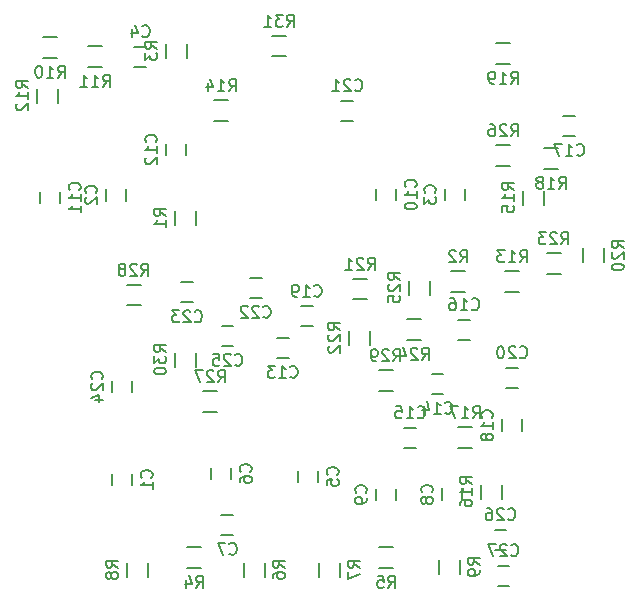
<source format=gbr>
G04 #@! TF.FileFunction,Legend,Bot*
%FSLAX46Y46*%
G04 Gerber Fmt 4.6, Leading zero omitted, Abs format (unit mm)*
G04 Created by KiCad (PCBNEW 4.0.1-stable) date 5/9/2016 12:51:22 AM*
%MOMM*%
G01*
G04 APERTURE LIST*
%ADD10C,0.100000*%
%ADD11C,0.150000*%
G04 APERTURE END LIST*
D10*
D11*
X98894000Y-175014000D02*
X98894000Y-176014000D01*
X97194000Y-176014000D02*
X97194000Y-175014000D01*
X96686000Y-151900000D02*
X96686000Y-150900000D01*
X98386000Y-150900000D02*
X98386000Y-151900000D01*
X125388000Y-151884000D02*
X125388000Y-150884000D01*
X127088000Y-150884000D02*
X127088000Y-151884000D01*
X99068000Y-138850000D02*
X100068000Y-138850000D01*
X100068000Y-140550000D02*
X99068000Y-140550000D01*
X114642000Y-174760000D02*
X114642000Y-175760000D01*
X112942000Y-175760000D02*
X112942000Y-174760000D01*
X107276000Y-174506000D02*
X107276000Y-175506000D01*
X105576000Y-175506000D02*
X105576000Y-174506000D01*
X107434000Y-180174000D02*
X106434000Y-180174000D01*
X106434000Y-178474000D02*
X107434000Y-178474000D01*
X125134000Y-177268000D02*
X125134000Y-176268000D01*
X126834000Y-176268000D02*
X126834000Y-177268000D01*
X119546000Y-177284000D02*
X119546000Y-176284000D01*
X121246000Y-176284000D02*
X121246000Y-177284000D01*
X121246000Y-150884000D02*
X121246000Y-151884000D01*
X119546000Y-151884000D02*
X119546000Y-150884000D01*
X92798000Y-151138000D02*
X92798000Y-152138000D01*
X91098000Y-152138000D02*
X91098000Y-151138000D01*
X101766000Y-148074000D02*
X101766000Y-147074000D01*
X103466000Y-147074000D02*
X103466000Y-148074000D01*
X112117000Y-165188000D02*
X111117000Y-165188000D01*
X111117000Y-163488000D02*
X112117000Y-163488000D01*
X125230000Y-168236000D02*
X124230000Y-168236000D01*
X124230000Y-166536000D02*
X125230000Y-166536000D01*
X121912000Y-171108000D02*
X122912000Y-171108000D01*
X122912000Y-172808000D02*
X121912000Y-172808000D01*
X126484000Y-161964000D02*
X127484000Y-161964000D01*
X127484000Y-163664000D02*
X126484000Y-163664000D01*
X136390000Y-146392000D02*
X135390000Y-146392000D01*
X135390000Y-144692000D02*
X136390000Y-144692000D01*
X130214000Y-171426000D02*
X130214000Y-170426000D01*
X131914000Y-170426000D02*
X131914000Y-171426000D01*
X113149000Y-160821000D02*
X114149000Y-160821000D01*
X114149000Y-162521000D02*
X113149000Y-162521000D01*
X130548000Y-166028000D02*
X131548000Y-166028000D01*
X131548000Y-167728000D02*
X130548000Y-167728000D01*
X116594000Y-143422000D02*
X117594000Y-143422000D01*
X117594000Y-145122000D02*
X116594000Y-145122000D01*
X109831000Y-160108000D02*
X108831000Y-160108000D01*
X108831000Y-158408000D02*
X109831000Y-158408000D01*
X104021000Y-160489000D02*
X103021000Y-160489000D01*
X103021000Y-158789000D02*
X104021000Y-158789000D01*
X97194000Y-168140000D02*
X97194000Y-167140000D01*
X98894000Y-167140000D02*
X98894000Y-168140000D01*
X107450000Y-164172000D02*
X106450000Y-164172000D01*
X106450000Y-162472000D02*
X107450000Y-162472000D01*
X129564000Y-179744000D02*
X130564000Y-179744000D01*
X130564000Y-181444000D02*
X129564000Y-181444000D01*
X129818000Y-182792000D02*
X130818000Y-182792000D01*
X130818000Y-184492000D02*
X129818000Y-184492000D01*
X104253000Y-153950000D02*
X104253000Y-152750000D01*
X102503000Y-152750000D02*
X102503000Y-153950000D01*
X125892000Y-159625000D02*
X127092000Y-159625000D01*
X127092000Y-157875000D02*
X125892000Y-157875000D01*
X103491000Y-139792000D02*
X103491000Y-138592000D01*
X101741000Y-138592000D02*
X101741000Y-139792000D01*
X104740000Y-181243000D02*
X103540000Y-181243000D01*
X103540000Y-182993000D02*
X104740000Y-182993000D01*
X120996000Y-181243000D02*
X119796000Y-181243000D01*
X119796000Y-182993000D02*
X120996000Y-182993000D01*
X108345000Y-182534000D02*
X108345000Y-183734000D01*
X110095000Y-183734000D02*
X110095000Y-182534000D01*
X114695000Y-182534000D02*
X114695000Y-183734000D01*
X116445000Y-183734000D02*
X116445000Y-182534000D01*
X100189000Y-183734000D02*
X100189000Y-182534000D01*
X98439000Y-182534000D02*
X98439000Y-183734000D01*
X124855000Y-182280000D02*
X124855000Y-183480000D01*
X126605000Y-183480000D02*
X126605000Y-182280000D01*
X92548000Y-138063000D02*
X91348000Y-138063000D01*
X91348000Y-139813000D02*
X92548000Y-139813000D01*
X96358000Y-138825000D02*
X95158000Y-138825000D01*
X95158000Y-140575000D02*
X96358000Y-140575000D01*
X92569000Y-143602000D02*
X92569000Y-142402000D01*
X90819000Y-142402000D02*
X90819000Y-143602000D01*
X130464000Y-159625000D02*
X131664000Y-159625000D01*
X131664000Y-157875000D02*
X130464000Y-157875000D01*
X105826000Y-145147000D02*
X107026000Y-145147000D01*
X107026000Y-143397000D02*
X105826000Y-143397000D01*
X133717000Y-152238000D02*
X133717000Y-151038000D01*
X131967000Y-151038000D02*
X131967000Y-152238000D01*
X130161000Y-177130000D02*
X130161000Y-175930000D01*
X128411000Y-175930000D02*
X128411000Y-177130000D01*
X126466000Y-172833000D02*
X127666000Y-172833000D01*
X127666000Y-171083000D02*
X126466000Y-171083000D01*
X134966000Y-147461000D02*
X133766000Y-147461000D01*
X133766000Y-149211000D02*
X134966000Y-149211000D01*
X130902000Y-138571000D02*
X129702000Y-138571000D01*
X129702000Y-140321000D02*
X130902000Y-140321000D01*
X137047000Y-155930000D02*
X137047000Y-157130000D01*
X138797000Y-157130000D02*
X138797000Y-155930000D01*
X117576000Y-160260000D02*
X118776000Y-160260000D01*
X118776000Y-158510000D02*
X117576000Y-158510000D01*
X118985000Y-164110000D02*
X118985000Y-162910000D01*
X117235000Y-162910000D02*
X117235000Y-164110000D01*
X133954000Y-158101000D02*
X135154000Y-158101000D01*
X135154000Y-156351000D02*
X133954000Y-156351000D01*
X123348000Y-161939000D02*
X122148000Y-161939000D01*
X122148000Y-163689000D02*
X123348000Y-163689000D01*
X124065000Y-159858000D02*
X124065000Y-158658000D01*
X122315000Y-158658000D02*
X122315000Y-159858000D01*
X129702000Y-148957000D02*
X130902000Y-148957000D01*
X130902000Y-147207000D02*
X129702000Y-147207000D01*
X104876000Y-169785000D02*
X106076000Y-169785000D01*
X106076000Y-168035000D02*
X104876000Y-168035000D01*
X98394000Y-160768000D02*
X99594000Y-160768000D01*
X99594000Y-159018000D02*
X98394000Y-159018000D01*
X119735000Y-168007000D02*
X120935000Y-168007000D01*
X120935000Y-166257000D02*
X119735000Y-166257000D01*
X104253000Y-165954000D02*
X104253000Y-164754000D01*
X102503000Y-164754000D02*
X102503000Y-165954000D01*
X110718000Y-139686000D02*
X111918000Y-139686000D01*
X111918000Y-137936000D02*
X110718000Y-137936000D01*
X100501143Y-175347334D02*
X100548762Y-175299715D01*
X100596381Y-175156858D01*
X100596381Y-175061620D01*
X100548762Y-174918762D01*
X100453524Y-174823524D01*
X100358286Y-174775905D01*
X100167810Y-174728286D01*
X100024952Y-174728286D01*
X99834476Y-174775905D01*
X99739238Y-174823524D01*
X99644000Y-174918762D01*
X99596381Y-175061620D01*
X99596381Y-175156858D01*
X99644000Y-175299715D01*
X99691619Y-175347334D01*
X100596381Y-176299715D02*
X100596381Y-175728286D01*
X100596381Y-176014000D02*
X99596381Y-176014000D01*
X99739238Y-175918762D01*
X99834476Y-175823524D01*
X99882095Y-175728286D01*
X95793143Y-151233334D02*
X95840762Y-151185715D01*
X95888381Y-151042858D01*
X95888381Y-150947620D01*
X95840762Y-150804762D01*
X95745524Y-150709524D01*
X95650286Y-150661905D01*
X95459810Y-150614286D01*
X95316952Y-150614286D01*
X95126476Y-150661905D01*
X95031238Y-150709524D01*
X94936000Y-150804762D01*
X94888381Y-150947620D01*
X94888381Y-151042858D01*
X94936000Y-151185715D01*
X94983619Y-151233334D01*
X94983619Y-151614286D02*
X94936000Y-151661905D01*
X94888381Y-151757143D01*
X94888381Y-151995239D01*
X94936000Y-152090477D01*
X94983619Y-152138096D01*
X95078857Y-152185715D01*
X95174095Y-152185715D01*
X95316952Y-152138096D01*
X95888381Y-151566667D01*
X95888381Y-152185715D01*
X124495143Y-151217334D02*
X124542762Y-151169715D01*
X124590381Y-151026858D01*
X124590381Y-150931620D01*
X124542762Y-150788762D01*
X124447524Y-150693524D01*
X124352286Y-150645905D01*
X124161810Y-150598286D01*
X124018952Y-150598286D01*
X123828476Y-150645905D01*
X123733238Y-150693524D01*
X123638000Y-150788762D01*
X123590381Y-150931620D01*
X123590381Y-151026858D01*
X123638000Y-151169715D01*
X123685619Y-151217334D01*
X123590381Y-151550667D02*
X123590381Y-152169715D01*
X123971333Y-151836381D01*
X123971333Y-151979239D01*
X124018952Y-152074477D01*
X124066571Y-152122096D01*
X124161810Y-152169715D01*
X124399905Y-152169715D01*
X124495143Y-152122096D01*
X124542762Y-152074477D01*
X124590381Y-151979239D01*
X124590381Y-151693524D01*
X124542762Y-151598286D01*
X124495143Y-151550667D01*
X99734666Y-137957143D02*
X99782285Y-138004762D01*
X99925142Y-138052381D01*
X100020380Y-138052381D01*
X100163238Y-138004762D01*
X100258476Y-137909524D01*
X100306095Y-137814286D01*
X100353714Y-137623810D01*
X100353714Y-137480952D01*
X100306095Y-137290476D01*
X100258476Y-137195238D01*
X100163238Y-137100000D01*
X100020380Y-137052381D01*
X99925142Y-137052381D01*
X99782285Y-137100000D01*
X99734666Y-137147619D01*
X98877523Y-137385714D02*
X98877523Y-138052381D01*
X99115619Y-137004762D02*
X99353714Y-137719048D01*
X98734666Y-137719048D01*
X116249143Y-175093334D02*
X116296762Y-175045715D01*
X116344381Y-174902858D01*
X116344381Y-174807620D01*
X116296762Y-174664762D01*
X116201524Y-174569524D01*
X116106286Y-174521905D01*
X115915810Y-174474286D01*
X115772952Y-174474286D01*
X115582476Y-174521905D01*
X115487238Y-174569524D01*
X115392000Y-174664762D01*
X115344381Y-174807620D01*
X115344381Y-174902858D01*
X115392000Y-175045715D01*
X115439619Y-175093334D01*
X115344381Y-175998096D02*
X115344381Y-175521905D01*
X115820571Y-175474286D01*
X115772952Y-175521905D01*
X115725333Y-175617143D01*
X115725333Y-175855239D01*
X115772952Y-175950477D01*
X115820571Y-175998096D01*
X115915810Y-176045715D01*
X116153905Y-176045715D01*
X116249143Y-175998096D01*
X116296762Y-175950477D01*
X116344381Y-175855239D01*
X116344381Y-175617143D01*
X116296762Y-175521905D01*
X116249143Y-175474286D01*
X108883143Y-174839334D02*
X108930762Y-174791715D01*
X108978381Y-174648858D01*
X108978381Y-174553620D01*
X108930762Y-174410762D01*
X108835524Y-174315524D01*
X108740286Y-174267905D01*
X108549810Y-174220286D01*
X108406952Y-174220286D01*
X108216476Y-174267905D01*
X108121238Y-174315524D01*
X108026000Y-174410762D01*
X107978381Y-174553620D01*
X107978381Y-174648858D01*
X108026000Y-174791715D01*
X108073619Y-174839334D01*
X107978381Y-175696477D02*
X107978381Y-175506000D01*
X108026000Y-175410762D01*
X108073619Y-175363143D01*
X108216476Y-175267905D01*
X108406952Y-175220286D01*
X108787905Y-175220286D01*
X108883143Y-175267905D01*
X108930762Y-175315524D01*
X108978381Y-175410762D01*
X108978381Y-175601239D01*
X108930762Y-175696477D01*
X108883143Y-175744096D01*
X108787905Y-175791715D01*
X108549810Y-175791715D01*
X108454571Y-175744096D01*
X108406952Y-175696477D01*
X108359333Y-175601239D01*
X108359333Y-175410762D01*
X108406952Y-175315524D01*
X108454571Y-175267905D01*
X108549810Y-175220286D01*
X107100666Y-181781143D02*
X107148285Y-181828762D01*
X107291142Y-181876381D01*
X107386380Y-181876381D01*
X107529238Y-181828762D01*
X107624476Y-181733524D01*
X107672095Y-181638286D01*
X107719714Y-181447810D01*
X107719714Y-181304952D01*
X107672095Y-181114476D01*
X107624476Y-181019238D01*
X107529238Y-180924000D01*
X107386380Y-180876381D01*
X107291142Y-180876381D01*
X107148285Y-180924000D01*
X107100666Y-180971619D01*
X106767333Y-180876381D02*
X106100666Y-180876381D01*
X106529238Y-181876381D01*
X124241143Y-176601334D02*
X124288762Y-176553715D01*
X124336381Y-176410858D01*
X124336381Y-176315620D01*
X124288762Y-176172762D01*
X124193524Y-176077524D01*
X124098286Y-176029905D01*
X123907810Y-175982286D01*
X123764952Y-175982286D01*
X123574476Y-176029905D01*
X123479238Y-176077524D01*
X123384000Y-176172762D01*
X123336381Y-176315620D01*
X123336381Y-176410858D01*
X123384000Y-176553715D01*
X123431619Y-176601334D01*
X123764952Y-177172762D02*
X123717333Y-177077524D01*
X123669714Y-177029905D01*
X123574476Y-176982286D01*
X123526857Y-176982286D01*
X123431619Y-177029905D01*
X123384000Y-177077524D01*
X123336381Y-177172762D01*
X123336381Y-177363239D01*
X123384000Y-177458477D01*
X123431619Y-177506096D01*
X123526857Y-177553715D01*
X123574476Y-177553715D01*
X123669714Y-177506096D01*
X123717333Y-177458477D01*
X123764952Y-177363239D01*
X123764952Y-177172762D01*
X123812571Y-177077524D01*
X123860190Y-177029905D01*
X123955429Y-176982286D01*
X124145905Y-176982286D01*
X124241143Y-177029905D01*
X124288762Y-177077524D01*
X124336381Y-177172762D01*
X124336381Y-177363239D01*
X124288762Y-177458477D01*
X124241143Y-177506096D01*
X124145905Y-177553715D01*
X123955429Y-177553715D01*
X123860190Y-177506096D01*
X123812571Y-177458477D01*
X123764952Y-177363239D01*
X118653143Y-176617334D02*
X118700762Y-176569715D01*
X118748381Y-176426858D01*
X118748381Y-176331620D01*
X118700762Y-176188762D01*
X118605524Y-176093524D01*
X118510286Y-176045905D01*
X118319810Y-175998286D01*
X118176952Y-175998286D01*
X117986476Y-176045905D01*
X117891238Y-176093524D01*
X117796000Y-176188762D01*
X117748381Y-176331620D01*
X117748381Y-176426858D01*
X117796000Y-176569715D01*
X117843619Y-176617334D01*
X118748381Y-177093524D02*
X118748381Y-177284000D01*
X118700762Y-177379239D01*
X118653143Y-177426858D01*
X118510286Y-177522096D01*
X118319810Y-177569715D01*
X117938857Y-177569715D01*
X117843619Y-177522096D01*
X117796000Y-177474477D01*
X117748381Y-177379239D01*
X117748381Y-177188762D01*
X117796000Y-177093524D01*
X117843619Y-177045905D01*
X117938857Y-176998286D01*
X118176952Y-176998286D01*
X118272190Y-177045905D01*
X118319810Y-177093524D01*
X118367429Y-177188762D01*
X118367429Y-177379239D01*
X118319810Y-177474477D01*
X118272190Y-177522096D01*
X118176952Y-177569715D01*
X122853143Y-150741143D02*
X122900762Y-150693524D01*
X122948381Y-150550667D01*
X122948381Y-150455429D01*
X122900762Y-150312571D01*
X122805524Y-150217333D01*
X122710286Y-150169714D01*
X122519810Y-150122095D01*
X122376952Y-150122095D01*
X122186476Y-150169714D01*
X122091238Y-150217333D01*
X121996000Y-150312571D01*
X121948381Y-150455429D01*
X121948381Y-150550667D01*
X121996000Y-150693524D01*
X122043619Y-150741143D01*
X122948381Y-151693524D02*
X122948381Y-151122095D01*
X122948381Y-151407809D02*
X121948381Y-151407809D01*
X122091238Y-151312571D01*
X122186476Y-151217333D01*
X122234095Y-151122095D01*
X121948381Y-152312571D02*
X121948381Y-152407810D01*
X121996000Y-152503048D01*
X122043619Y-152550667D01*
X122138857Y-152598286D01*
X122329333Y-152645905D01*
X122567429Y-152645905D01*
X122757905Y-152598286D01*
X122853143Y-152550667D01*
X122900762Y-152503048D01*
X122948381Y-152407810D01*
X122948381Y-152312571D01*
X122900762Y-152217333D01*
X122853143Y-152169714D01*
X122757905Y-152122095D01*
X122567429Y-152074476D01*
X122329333Y-152074476D01*
X122138857Y-152122095D01*
X122043619Y-152169714D01*
X121996000Y-152217333D01*
X121948381Y-152312571D01*
X94405143Y-150995143D02*
X94452762Y-150947524D01*
X94500381Y-150804667D01*
X94500381Y-150709429D01*
X94452762Y-150566571D01*
X94357524Y-150471333D01*
X94262286Y-150423714D01*
X94071810Y-150376095D01*
X93928952Y-150376095D01*
X93738476Y-150423714D01*
X93643238Y-150471333D01*
X93548000Y-150566571D01*
X93500381Y-150709429D01*
X93500381Y-150804667D01*
X93548000Y-150947524D01*
X93595619Y-150995143D01*
X94500381Y-151947524D02*
X94500381Y-151376095D01*
X94500381Y-151661809D02*
X93500381Y-151661809D01*
X93643238Y-151566571D01*
X93738476Y-151471333D01*
X93786095Y-151376095D01*
X94500381Y-152899905D02*
X94500381Y-152328476D01*
X94500381Y-152614190D02*
X93500381Y-152614190D01*
X93643238Y-152518952D01*
X93738476Y-152423714D01*
X93786095Y-152328476D01*
X100873143Y-146931143D02*
X100920762Y-146883524D01*
X100968381Y-146740667D01*
X100968381Y-146645429D01*
X100920762Y-146502571D01*
X100825524Y-146407333D01*
X100730286Y-146359714D01*
X100539810Y-146312095D01*
X100396952Y-146312095D01*
X100206476Y-146359714D01*
X100111238Y-146407333D01*
X100016000Y-146502571D01*
X99968381Y-146645429D01*
X99968381Y-146740667D01*
X100016000Y-146883524D01*
X100063619Y-146931143D01*
X100968381Y-147883524D02*
X100968381Y-147312095D01*
X100968381Y-147597809D02*
X99968381Y-147597809D01*
X100111238Y-147502571D01*
X100206476Y-147407333D01*
X100254095Y-147312095D01*
X100063619Y-148264476D02*
X100016000Y-148312095D01*
X99968381Y-148407333D01*
X99968381Y-148645429D01*
X100016000Y-148740667D01*
X100063619Y-148788286D01*
X100158857Y-148835905D01*
X100254095Y-148835905D01*
X100396952Y-148788286D01*
X100968381Y-148216857D01*
X100968381Y-148835905D01*
X112259857Y-166795143D02*
X112307476Y-166842762D01*
X112450333Y-166890381D01*
X112545571Y-166890381D01*
X112688429Y-166842762D01*
X112783667Y-166747524D01*
X112831286Y-166652286D01*
X112878905Y-166461810D01*
X112878905Y-166318952D01*
X112831286Y-166128476D01*
X112783667Y-166033238D01*
X112688429Y-165938000D01*
X112545571Y-165890381D01*
X112450333Y-165890381D01*
X112307476Y-165938000D01*
X112259857Y-165985619D01*
X111307476Y-166890381D02*
X111878905Y-166890381D01*
X111593191Y-166890381D02*
X111593191Y-165890381D01*
X111688429Y-166033238D01*
X111783667Y-166128476D01*
X111878905Y-166176095D01*
X110974143Y-165890381D02*
X110355095Y-165890381D01*
X110688429Y-166271333D01*
X110545571Y-166271333D01*
X110450333Y-166318952D01*
X110402714Y-166366571D01*
X110355095Y-166461810D01*
X110355095Y-166699905D01*
X110402714Y-166795143D01*
X110450333Y-166842762D01*
X110545571Y-166890381D01*
X110831286Y-166890381D01*
X110926524Y-166842762D01*
X110974143Y-166795143D01*
X125372857Y-169843143D02*
X125420476Y-169890762D01*
X125563333Y-169938381D01*
X125658571Y-169938381D01*
X125801429Y-169890762D01*
X125896667Y-169795524D01*
X125944286Y-169700286D01*
X125991905Y-169509810D01*
X125991905Y-169366952D01*
X125944286Y-169176476D01*
X125896667Y-169081238D01*
X125801429Y-168986000D01*
X125658571Y-168938381D01*
X125563333Y-168938381D01*
X125420476Y-168986000D01*
X125372857Y-169033619D01*
X124420476Y-169938381D02*
X124991905Y-169938381D01*
X124706191Y-169938381D02*
X124706191Y-168938381D01*
X124801429Y-169081238D01*
X124896667Y-169176476D01*
X124991905Y-169224095D01*
X123563333Y-169271714D02*
X123563333Y-169938381D01*
X123801429Y-168890762D02*
X124039524Y-169605048D01*
X123420476Y-169605048D01*
X123054857Y-170215143D02*
X123102476Y-170262762D01*
X123245333Y-170310381D01*
X123340571Y-170310381D01*
X123483429Y-170262762D01*
X123578667Y-170167524D01*
X123626286Y-170072286D01*
X123673905Y-169881810D01*
X123673905Y-169738952D01*
X123626286Y-169548476D01*
X123578667Y-169453238D01*
X123483429Y-169358000D01*
X123340571Y-169310381D01*
X123245333Y-169310381D01*
X123102476Y-169358000D01*
X123054857Y-169405619D01*
X122102476Y-170310381D02*
X122673905Y-170310381D01*
X122388191Y-170310381D02*
X122388191Y-169310381D01*
X122483429Y-169453238D01*
X122578667Y-169548476D01*
X122673905Y-169596095D01*
X121197714Y-169310381D02*
X121673905Y-169310381D01*
X121721524Y-169786571D01*
X121673905Y-169738952D01*
X121578667Y-169691333D01*
X121340571Y-169691333D01*
X121245333Y-169738952D01*
X121197714Y-169786571D01*
X121150095Y-169881810D01*
X121150095Y-170119905D01*
X121197714Y-170215143D01*
X121245333Y-170262762D01*
X121340571Y-170310381D01*
X121578667Y-170310381D01*
X121673905Y-170262762D01*
X121721524Y-170215143D01*
X127626857Y-161071143D02*
X127674476Y-161118762D01*
X127817333Y-161166381D01*
X127912571Y-161166381D01*
X128055429Y-161118762D01*
X128150667Y-161023524D01*
X128198286Y-160928286D01*
X128245905Y-160737810D01*
X128245905Y-160594952D01*
X128198286Y-160404476D01*
X128150667Y-160309238D01*
X128055429Y-160214000D01*
X127912571Y-160166381D01*
X127817333Y-160166381D01*
X127674476Y-160214000D01*
X127626857Y-160261619D01*
X126674476Y-161166381D02*
X127245905Y-161166381D01*
X126960191Y-161166381D02*
X126960191Y-160166381D01*
X127055429Y-160309238D01*
X127150667Y-160404476D01*
X127245905Y-160452095D01*
X125817333Y-160166381D02*
X126007810Y-160166381D01*
X126103048Y-160214000D01*
X126150667Y-160261619D01*
X126245905Y-160404476D01*
X126293524Y-160594952D01*
X126293524Y-160975905D01*
X126245905Y-161071143D01*
X126198286Y-161118762D01*
X126103048Y-161166381D01*
X125912571Y-161166381D01*
X125817333Y-161118762D01*
X125769714Y-161071143D01*
X125722095Y-160975905D01*
X125722095Y-160737810D01*
X125769714Y-160642571D01*
X125817333Y-160594952D01*
X125912571Y-160547333D01*
X126103048Y-160547333D01*
X126198286Y-160594952D01*
X126245905Y-160642571D01*
X126293524Y-160737810D01*
X136532857Y-147999143D02*
X136580476Y-148046762D01*
X136723333Y-148094381D01*
X136818571Y-148094381D01*
X136961429Y-148046762D01*
X137056667Y-147951524D01*
X137104286Y-147856286D01*
X137151905Y-147665810D01*
X137151905Y-147522952D01*
X137104286Y-147332476D01*
X137056667Y-147237238D01*
X136961429Y-147142000D01*
X136818571Y-147094381D01*
X136723333Y-147094381D01*
X136580476Y-147142000D01*
X136532857Y-147189619D01*
X135580476Y-148094381D02*
X136151905Y-148094381D01*
X135866191Y-148094381D02*
X135866191Y-147094381D01*
X135961429Y-147237238D01*
X136056667Y-147332476D01*
X136151905Y-147380095D01*
X135247143Y-147094381D02*
X134580476Y-147094381D01*
X135009048Y-148094381D01*
X129321143Y-170283143D02*
X129368762Y-170235524D01*
X129416381Y-170092667D01*
X129416381Y-169997429D01*
X129368762Y-169854571D01*
X129273524Y-169759333D01*
X129178286Y-169711714D01*
X128987810Y-169664095D01*
X128844952Y-169664095D01*
X128654476Y-169711714D01*
X128559238Y-169759333D01*
X128464000Y-169854571D01*
X128416381Y-169997429D01*
X128416381Y-170092667D01*
X128464000Y-170235524D01*
X128511619Y-170283143D01*
X129416381Y-171235524D02*
X129416381Y-170664095D01*
X129416381Y-170949809D02*
X128416381Y-170949809D01*
X128559238Y-170854571D01*
X128654476Y-170759333D01*
X128702095Y-170664095D01*
X128844952Y-171806952D02*
X128797333Y-171711714D01*
X128749714Y-171664095D01*
X128654476Y-171616476D01*
X128606857Y-171616476D01*
X128511619Y-171664095D01*
X128464000Y-171711714D01*
X128416381Y-171806952D01*
X128416381Y-171997429D01*
X128464000Y-172092667D01*
X128511619Y-172140286D01*
X128606857Y-172187905D01*
X128654476Y-172187905D01*
X128749714Y-172140286D01*
X128797333Y-172092667D01*
X128844952Y-171997429D01*
X128844952Y-171806952D01*
X128892571Y-171711714D01*
X128940190Y-171664095D01*
X129035429Y-171616476D01*
X129225905Y-171616476D01*
X129321143Y-171664095D01*
X129368762Y-171711714D01*
X129416381Y-171806952D01*
X129416381Y-171997429D01*
X129368762Y-172092667D01*
X129321143Y-172140286D01*
X129225905Y-172187905D01*
X129035429Y-172187905D01*
X128940190Y-172140286D01*
X128892571Y-172092667D01*
X128844952Y-171997429D01*
X114291857Y-159928143D02*
X114339476Y-159975762D01*
X114482333Y-160023381D01*
X114577571Y-160023381D01*
X114720429Y-159975762D01*
X114815667Y-159880524D01*
X114863286Y-159785286D01*
X114910905Y-159594810D01*
X114910905Y-159451952D01*
X114863286Y-159261476D01*
X114815667Y-159166238D01*
X114720429Y-159071000D01*
X114577571Y-159023381D01*
X114482333Y-159023381D01*
X114339476Y-159071000D01*
X114291857Y-159118619D01*
X113339476Y-160023381D02*
X113910905Y-160023381D01*
X113625191Y-160023381D02*
X113625191Y-159023381D01*
X113720429Y-159166238D01*
X113815667Y-159261476D01*
X113910905Y-159309095D01*
X112863286Y-160023381D02*
X112672810Y-160023381D01*
X112577571Y-159975762D01*
X112529952Y-159928143D01*
X112434714Y-159785286D01*
X112387095Y-159594810D01*
X112387095Y-159213857D01*
X112434714Y-159118619D01*
X112482333Y-159071000D01*
X112577571Y-159023381D01*
X112768048Y-159023381D01*
X112863286Y-159071000D01*
X112910905Y-159118619D01*
X112958524Y-159213857D01*
X112958524Y-159451952D01*
X112910905Y-159547190D01*
X112863286Y-159594810D01*
X112768048Y-159642429D01*
X112577571Y-159642429D01*
X112482333Y-159594810D01*
X112434714Y-159547190D01*
X112387095Y-159451952D01*
X131690857Y-165135143D02*
X131738476Y-165182762D01*
X131881333Y-165230381D01*
X131976571Y-165230381D01*
X132119429Y-165182762D01*
X132214667Y-165087524D01*
X132262286Y-164992286D01*
X132309905Y-164801810D01*
X132309905Y-164658952D01*
X132262286Y-164468476D01*
X132214667Y-164373238D01*
X132119429Y-164278000D01*
X131976571Y-164230381D01*
X131881333Y-164230381D01*
X131738476Y-164278000D01*
X131690857Y-164325619D01*
X131309905Y-164325619D02*
X131262286Y-164278000D01*
X131167048Y-164230381D01*
X130928952Y-164230381D01*
X130833714Y-164278000D01*
X130786095Y-164325619D01*
X130738476Y-164420857D01*
X130738476Y-164516095D01*
X130786095Y-164658952D01*
X131357524Y-165230381D01*
X130738476Y-165230381D01*
X130119429Y-164230381D02*
X130024190Y-164230381D01*
X129928952Y-164278000D01*
X129881333Y-164325619D01*
X129833714Y-164420857D01*
X129786095Y-164611333D01*
X129786095Y-164849429D01*
X129833714Y-165039905D01*
X129881333Y-165135143D01*
X129928952Y-165182762D01*
X130024190Y-165230381D01*
X130119429Y-165230381D01*
X130214667Y-165182762D01*
X130262286Y-165135143D01*
X130309905Y-165039905D01*
X130357524Y-164849429D01*
X130357524Y-164611333D01*
X130309905Y-164420857D01*
X130262286Y-164325619D01*
X130214667Y-164278000D01*
X130119429Y-164230381D01*
X117736857Y-142529143D02*
X117784476Y-142576762D01*
X117927333Y-142624381D01*
X118022571Y-142624381D01*
X118165429Y-142576762D01*
X118260667Y-142481524D01*
X118308286Y-142386286D01*
X118355905Y-142195810D01*
X118355905Y-142052952D01*
X118308286Y-141862476D01*
X118260667Y-141767238D01*
X118165429Y-141672000D01*
X118022571Y-141624381D01*
X117927333Y-141624381D01*
X117784476Y-141672000D01*
X117736857Y-141719619D01*
X117355905Y-141719619D02*
X117308286Y-141672000D01*
X117213048Y-141624381D01*
X116974952Y-141624381D01*
X116879714Y-141672000D01*
X116832095Y-141719619D01*
X116784476Y-141814857D01*
X116784476Y-141910095D01*
X116832095Y-142052952D01*
X117403524Y-142624381D01*
X116784476Y-142624381D01*
X115832095Y-142624381D02*
X116403524Y-142624381D01*
X116117810Y-142624381D02*
X116117810Y-141624381D01*
X116213048Y-141767238D01*
X116308286Y-141862476D01*
X116403524Y-141910095D01*
X109973857Y-161715143D02*
X110021476Y-161762762D01*
X110164333Y-161810381D01*
X110259571Y-161810381D01*
X110402429Y-161762762D01*
X110497667Y-161667524D01*
X110545286Y-161572286D01*
X110592905Y-161381810D01*
X110592905Y-161238952D01*
X110545286Y-161048476D01*
X110497667Y-160953238D01*
X110402429Y-160858000D01*
X110259571Y-160810381D01*
X110164333Y-160810381D01*
X110021476Y-160858000D01*
X109973857Y-160905619D01*
X109592905Y-160905619D02*
X109545286Y-160858000D01*
X109450048Y-160810381D01*
X109211952Y-160810381D01*
X109116714Y-160858000D01*
X109069095Y-160905619D01*
X109021476Y-161000857D01*
X109021476Y-161096095D01*
X109069095Y-161238952D01*
X109640524Y-161810381D01*
X109021476Y-161810381D01*
X108640524Y-160905619D02*
X108592905Y-160858000D01*
X108497667Y-160810381D01*
X108259571Y-160810381D01*
X108164333Y-160858000D01*
X108116714Y-160905619D01*
X108069095Y-161000857D01*
X108069095Y-161096095D01*
X108116714Y-161238952D01*
X108688143Y-161810381D01*
X108069095Y-161810381D01*
X104163857Y-162096143D02*
X104211476Y-162143762D01*
X104354333Y-162191381D01*
X104449571Y-162191381D01*
X104592429Y-162143762D01*
X104687667Y-162048524D01*
X104735286Y-161953286D01*
X104782905Y-161762810D01*
X104782905Y-161619952D01*
X104735286Y-161429476D01*
X104687667Y-161334238D01*
X104592429Y-161239000D01*
X104449571Y-161191381D01*
X104354333Y-161191381D01*
X104211476Y-161239000D01*
X104163857Y-161286619D01*
X103782905Y-161286619D02*
X103735286Y-161239000D01*
X103640048Y-161191381D01*
X103401952Y-161191381D01*
X103306714Y-161239000D01*
X103259095Y-161286619D01*
X103211476Y-161381857D01*
X103211476Y-161477095D01*
X103259095Y-161619952D01*
X103830524Y-162191381D01*
X103211476Y-162191381D01*
X102878143Y-161191381D02*
X102259095Y-161191381D01*
X102592429Y-161572333D01*
X102449571Y-161572333D01*
X102354333Y-161619952D01*
X102306714Y-161667571D01*
X102259095Y-161762810D01*
X102259095Y-162000905D01*
X102306714Y-162096143D01*
X102354333Y-162143762D01*
X102449571Y-162191381D01*
X102735286Y-162191381D01*
X102830524Y-162143762D01*
X102878143Y-162096143D01*
X96301143Y-166997143D02*
X96348762Y-166949524D01*
X96396381Y-166806667D01*
X96396381Y-166711429D01*
X96348762Y-166568571D01*
X96253524Y-166473333D01*
X96158286Y-166425714D01*
X95967810Y-166378095D01*
X95824952Y-166378095D01*
X95634476Y-166425714D01*
X95539238Y-166473333D01*
X95444000Y-166568571D01*
X95396381Y-166711429D01*
X95396381Y-166806667D01*
X95444000Y-166949524D01*
X95491619Y-166997143D01*
X95491619Y-167378095D02*
X95444000Y-167425714D01*
X95396381Y-167520952D01*
X95396381Y-167759048D01*
X95444000Y-167854286D01*
X95491619Y-167901905D01*
X95586857Y-167949524D01*
X95682095Y-167949524D01*
X95824952Y-167901905D01*
X96396381Y-167330476D01*
X96396381Y-167949524D01*
X95729714Y-168806667D02*
X96396381Y-168806667D01*
X95348762Y-168568571D02*
X96063048Y-168330476D01*
X96063048Y-168949524D01*
X107592857Y-165779143D02*
X107640476Y-165826762D01*
X107783333Y-165874381D01*
X107878571Y-165874381D01*
X108021429Y-165826762D01*
X108116667Y-165731524D01*
X108164286Y-165636286D01*
X108211905Y-165445810D01*
X108211905Y-165302952D01*
X108164286Y-165112476D01*
X108116667Y-165017238D01*
X108021429Y-164922000D01*
X107878571Y-164874381D01*
X107783333Y-164874381D01*
X107640476Y-164922000D01*
X107592857Y-164969619D01*
X107211905Y-164969619D02*
X107164286Y-164922000D01*
X107069048Y-164874381D01*
X106830952Y-164874381D01*
X106735714Y-164922000D01*
X106688095Y-164969619D01*
X106640476Y-165064857D01*
X106640476Y-165160095D01*
X106688095Y-165302952D01*
X107259524Y-165874381D01*
X106640476Y-165874381D01*
X105735714Y-164874381D02*
X106211905Y-164874381D01*
X106259524Y-165350571D01*
X106211905Y-165302952D01*
X106116667Y-165255333D01*
X105878571Y-165255333D01*
X105783333Y-165302952D01*
X105735714Y-165350571D01*
X105688095Y-165445810D01*
X105688095Y-165683905D01*
X105735714Y-165779143D01*
X105783333Y-165826762D01*
X105878571Y-165874381D01*
X106116667Y-165874381D01*
X106211905Y-165826762D01*
X106259524Y-165779143D01*
X130706857Y-178851143D02*
X130754476Y-178898762D01*
X130897333Y-178946381D01*
X130992571Y-178946381D01*
X131135429Y-178898762D01*
X131230667Y-178803524D01*
X131278286Y-178708286D01*
X131325905Y-178517810D01*
X131325905Y-178374952D01*
X131278286Y-178184476D01*
X131230667Y-178089238D01*
X131135429Y-177994000D01*
X130992571Y-177946381D01*
X130897333Y-177946381D01*
X130754476Y-177994000D01*
X130706857Y-178041619D01*
X130325905Y-178041619D02*
X130278286Y-177994000D01*
X130183048Y-177946381D01*
X129944952Y-177946381D01*
X129849714Y-177994000D01*
X129802095Y-178041619D01*
X129754476Y-178136857D01*
X129754476Y-178232095D01*
X129802095Y-178374952D01*
X130373524Y-178946381D01*
X129754476Y-178946381D01*
X128897333Y-177946381D02*
X129087810Y-177946381D01*
X129183048Y-177994000D01*
X129230667Y-178041619D01*
X129325905Y-178184476D01*
X129373524Y-178374952D01*
X129373524Y-178755905D01*
X129325905Y-178851143D01*
X129278286Y-178898762D01*
X129183048Y-178946381D01*
X128992571Y-178946381D01*
X128897333Y-178898762D01*
X128849714Y-178851143D01*
X128802095Y-178755905D01*
X128802095Y-178517810D01*
X128849714Y-178422571D01*
X128897333Y-178374952D01*
X128992571Y-178327333D01*
X129183048Y-178327333D01*
X129278286Y-178374952D01*
X129325905Y-178422571D01*
X129373524Y-178517810D01*
X130960857Y-181899143D02*
X131008476Y-181946762D01*
X131151333Y-181994381D01*
X131246571Y-181994381D01*
X131389429Y-181946762D01*
X131484667Y-181851524D01*
X131532286Y-181756286D01*
X131579905Y-181565810D01*
X131579905Y-181422952D01*
X131532286Y-181232476D01*
X131484667Y-181137238D01*
X131389429Y-181042000D01*
X131246571Y-180994381D01*
X131151333Y-180994381D01*
X131008476Y-181042000D01*
X130960857Y-181089619D01*
X130579905Y-181089619D02*
X130532286Y-181042000D01*
X130437048Y-180994381D01*
X130198952Y-180994381D01*
X130103714Y-181042000D01*
X130056095Y-181089619D01*
X130008476Y-181184857D01*
X130008476Y-181280095D01*
X130056095Y-181422952D01*
X130627524Y-181994381D01*
X130008476Y-181994381D01*
X129675143Y-180994381D02*
X129008476Y-180994381D01*
X129437048Y-181994381D01*
X101730381Y-153183334D02*
X101254190Y-152850000D01*
X101730381Y-152611905D02*
X100730381Y-152611905D01*
X100730381Y-152992858D01*
X100778000Y-153088096D01*
X100825619Y-153135715D01*
X100920857Y-153183334D01*
X101063714Y-153183334D01*
X101158952Y-153135715D01*
X101206571Y-153088096D01*
X101254190Y-152992858D01*
X101254190Y-152611905D01*
X101730381Y-154135715D02*
X101730381Y-153564286D01*
X101730381Y-153850000D02*
X100730381Y-153850000D01*
X100873238Y-153754762D01*
X100968476Y-153659524D01*
X101016095Y-153564286D01*
X126658666Y-157102381D02*
X126992000Y-156626190D01*
X127230095Y-157102381D02*
X127230095Y-156102381D01*
X126849142Y-156102381D01*
X126753904Y-156150000D01*
X126706285Y-156197619D01*
X126658666Y-156292857D01*
X126658666Y-156435714D01*
X126706285Y-156530952D01*
X126753904Y-156578571D01*
X126849142Y-156626190D01*
X127230095Y-156626190D01*
X126277714Y-156197619D02*
X126230095Y-156150000D01*
X126134857Y-156102381D01*
X125896761Y-156102381D01*
X125801523Y-156150000D01*
X125753904Y-156197619D01*
X125706285Y-156292857D01*
X125706285Y-156388095D01*
X125753904Y-156530952D01*
X126325333Y-157102381D01*
X125706285Y-157102381D01*
X100968381Y-139025334D02*
X100492190Y-138692000D01*
X100968381Y-138453905D02*
X99968381Y-138453905D01*
X99968381Y-138834858D01*
X100016000Y-138930096D01*
X100063619Y-138977715D01*
X100158857Y-139025334D01*
X100301714Y-139025334D01*
X100396952Y-138977715D01*
X100444571Y-138930096D01*
X100492190Y-138834858D01*
X100492190Y-138453905D01*
X99968381Y-139358667D02*
X99968381Y-139977715D01*
X100349333Y-139644381D01*
X100349333Y-139787239D01*
X100396952Y-139882477D01*
X100444571Y-139930096D01*
X100539810Y-139977715D01*
X100777905Y-139977715D01*
X100873143Y-139930096D01*
X100920762Y-139882477D01*
X100968381Y-139787239D01*
X100968381Y-139501524D01*
X100920762Y-139406286D01*
X100873143Y-139358667D01*
X104306666Y-184670381D02*
X104640000Y-184194190D01*
X104878095Y-184670381D02*
X104878095Y-183670381D01*
X104497142Y-183670381D01*
X104401904Y-183718000D01*
X104354285Y-183765619D01*
X104306666Y-183860857D01*
X104306666Y-184003714D01*
X104354285Y-184098952D01*
X104401904Y-184146571D01*
X104497142Y-184194190D01*
X104878095Y-184194190D01*
X103449523Y-184003714D02*
X103449523Y-184670381D01*
X103687619Y-183622762D02*
X103925714Y-184337048D01*
X103306666Y-184337048D01*
X120562666Y-184670381D02*
X120896000Y-184194190D01*
X121134095Y-184670381D02*
X121134095Y-183670381D01*
X120753142Y-183670381D01*
X120657904Y-183718000D01*
X120610285Y-183765619D01*
X120562666Y-183860857D01*
X120562666Y-184003714D01*
X120610285Y-184098952D01*
X120657904Y-184146571D01*
X120753142Y-184194190D01*
X121134095Y-184194190D01*
X119657904Y-183670381D02*
X120134095Y-183670381D01*
X120181714Y-184146571D01*
X120134095Y-184098952D01*
X120038857Y-184051333D01*
X119800761Y-184051333D01*
X119705523Y-184098952D01*
X119657904Y-184146571D01*
X119610285Y-184241810D01*
X119610285Y-184479905D01*
X119657904Y-184575143D01*
X119705523Y-184622762D01*
X119800761Y-184670381D01*
X120038857Y-184670381D01*
X120134095Y-184622762D01*
X120181714Y-184575143D01*
X111772381Y-182967334D02*
X111296190Y-182634000D01*
X111772381Y-182395905D02*
X110772381Y-182395905D01*
X110772381Y-182776858D01*
X110820000Y-182872096D01*
X110867619Y-182919715D01*
X110962857Y-182967334D01*
X111105714Y-182967334D01*
X111200952Y-182919715D01*
X111248571Y-182872096D01*
X111296190Y-182776858D01*
X111296190Y-182395905D01*
X110772381Y-183824477D02*
X110772381Y-183634000D01*
X110820000Y-183538762D01*
X110867619Y-183491143D01*
X111010476Y-183395905D01*
X111200952Y-183348286D01*
X111581905Y-183348286D01*
X111677143Y-183395905D01*
X111724762Y-183443524D01*
X111772381Y-183538762D01*
X111772381Y-183729239D01*
X111724762Y-183824477D01*
X111677143Y-183872096D01*
X111581905Y-183919715D01*
X111343810Y-183919715D01*
X111248571Y-183872096D01*
X111200952Y-183824477D01*
X111153333Y-183729239D01*
X111153333Y-183538762D01*
X111200952Y-183443524D01*
X111248571Y-183395905D01*
X111343810Y-183348286D01*
X118122381Y-182967334D02*
X117646190Y-182634000D01*
X118122381Y-182395905D02*
X117122381Y-182395905D01*
X117122381Y-182776858D01*
X117170000Y-182872096D01*
X117217619Y-182919715D01*
X117312857Y-182967334D01*
X117455714Y-182967334D01*
X117550952Y-182919715D01*
X117598571Y-182872096D01*
X117646190Y-182776858D01*
X117646190Y-182395905D01*
X117122381Y-183300667D02*
X117122381Y-183967334D01*
X118122381Y-183538762D01*
X97666381Y-182967334D02*
X97190190Y-182634000D01*
X97666381Y-182395905D02*
X96666381Y-182395905D01*
X96666381Y-182776858D01*
X96714000Y-182872096D01*
X96761619Y-182919715D01*
X96856857Y-182967334D01*
X96999714Y-182967334D01*
X97094952Y-182919715D01*
X97142571Y-182872096D01*
X97190190Y-182776858D01*
X97190190Y-182395905D01*
X97094952Y-183538762D02*
X97047333Y-183443524D01*
X96999714Y-183395905D01*
X96904476Y-183348286D01*
X96856857Y-183348286D01*
X96761619Y-183395905D01*
X96714000Y-183443524D01*
X96666381Y-183538762D01*
X96666381Y-183729239D01*
X96714000Y-183824477D01*
X96761619Y-183872096D01*
X96856857Y-183919715D01*
X96904476Y-183919715D01*
X96999714Y-183872096D01*
X97047333Y-183824477D01*
X97094952Y-183729239D01*
X97094952Y-183538762D01*
X97142571Y-183443524D01*
X97190190Y-183395905D01*
X97285429Y-183348286D01*
X97475905Y-183348286D01*
X97571143Y-183395905D01*
X97618762Y-183443524D01*
X97666381Y-183538762D01*
X97666381Y-183729239D01*
X97618762Y-183824477D01*
X97571143Y-183872096D01*
X97475905Y-183919715D01*
X97285429Y-183919715D01*
X97190190Y-183872096D01*
X97142571Y-183824477D01*
X97094952Y-183729239D01*
X128282381Y-182713334D02*
X127806190Y-182380000D01*
X128282381Y-182141905D02*
X127282381Y-182141905D01*
X127282381Y-182522858D01*
X127330000Y-182618096D01*
X127377619Y-182665715D01*
X127472857Y-182713334D01*
X127615714Y-182713334D01*
X127710952Y-182665715D01*
X127758571Y-182618096D01*
X127806190Y-182522858D01*
X127806190Y-182141905D01*
X128282381Y-183189524D02*
X128282381Y-183380000D01*
X128234762Y-183475239D01*
X128187143Y-183522858D01*
X128044286Y-183618096D01*
X127853810Y-183665715D01*
X127472857Y-183665715D01*
X127377619Y-183618096D01*
X127330000Y-183570477D01*
X127282381Y-183475239D01*
X127282381Y-183284762D01*
X127330000Y-183189524D01*
X127377619Y-183141905D01*
X127472857Y-183094286D01*
X127710952Y-183094286D01*
X127806190Y-183141905D01*
X127853810Y-183189524D01*
X127901429Y-183284762D01*
X127901429Y-183475239D01*
X127853810Y-183570477D01*
X127806190Y-183618096D01*
X127710952Y-183665715D01*
X92590857Y-141490381D02*
X92924191Y-141014190D01*
X93162286Y-141490381D02*
X93162286Y-140490381D01*
X92781333Y-140490381D01*
X92686095Y-140538000D01*
X92638476Y-140585619D01*
X92590857Y-140680857D01*
X92590857Y-140823714D01*
X92638476Y-140918952D01*
X92686095Y-140966571D01*
X92781333Y-141014190D01*
X93162286Y-141014190D01*
X91638476Y-141490381D02*
X92209905Y-141490381D01*
X91924191Y-141490381D02*
X91924191Y-140490381D01*
X92019429Y-140633238D01*
X92114667Y-140728476D01*
X92209905Y-140776095D01*
X91019429Y-140490381D02*
X90924190Y-140490381D01*
X90828952Y-140538000D01*
X90781333Y-140585619D01*
X90733714Y-140680857D01*
X90686095Y-140871333D01*
X90686095Y-141109429D01*
X90733714Y-141299905D01*
X90781333Y-141395143D01*
X90828952Y-141442762D01*
X90924190Y-141490381D01*
X91019429Y-141490381D01*
X91114667Y-141442762D01*
X91162286Y-141395143D01*
X91209905Y-141299905D01*
X91257524Y-141109429D01*
X91257524Y-140871333D01*
X91209905Y-140680857D01*
X91162286Y-140585619D01*
X91114667Y-140538000D01*
X91019429Y-140490381D01*
X96400857Y-142252381D02*
X96734191Y-141776190D01*
X96972286Y-142252381D02*
X96972286Y-141252381D01*
X96591333Y-141252381D01*
X96496095Y-141300000D01*
X96448476Y-141347619D01*
X96400857Y-141442857D01*
X96400857Y-141585714D01*
X96448476Y-141680952D01*
X96496095Y-141728571D01*
X96591333Y-141776190D01*
X96972286Y-141776190D01*
X95448476Y-142252381D02*
X96019905Y-142252381D01*
X95734191Y-142252381D02*
X95734191Y-141252381D01*
X95829429Y-141395238D01*
X95924667Y-141490476D01*
X96019905Y-141538095D01*
X94496095Y-142252381D02*
X95067524Y-142252381D01*
X94781810Y-142252381D02*
X94781810Y-141252381D01*
X94877048Y-141395238D01*
X94972286Y-141490476D01*
X95067524Y-141538095D01*
X90046381Y-142359143D02*
X89570190Y-142025809D01*
X90046381Y-141787714D02*
X89046381Y-141787714D01*
X89046381Y-142168667D01*
X89094000Y-142263905D01*
X89141619Y-142311524D01*
X89236857Y-142359143D01*
X89379714Y-142359143D01*
X89474952Y-142311524D01*
X89522571Y-142263905D01*
X89570190Y-142168667D01*
X89570190Y-141787714D01*
X90046381Y-143311524D02*
X90046381Y-142740095D01*
X90046381Y-143025809D02*
X89046381Y-143025809D01*
X89189238Y-142930571D01*
X89284476Y-142835333D01*
X89332095Y-142740095D01*
X89141619Y-143692476D02*
X89094000Y-143740095D01*
X89046381Y-143835333D01*
X89046381Y-144073429D01*
X89094000Y-144168667D01*
X89141619Y-144216286D01*
X89236857Y-144263905D01*
X89332095Y-144263905D01*
X89474952Y-144216286D01*
X90046381Y-143644857D01*
X90046381Y-144263905D01*
X131706857Y-157102381D02*
X132040191Y-156626190D01*
X132278286Y-157102381D02*
X132278286Y-156102381D01*
X131897333Y-156102381D01*
X131802095Y-156150000D01*
X131754476Y-156197619D01*
X131706857Y-156292857D01*
X131706857Y-156435714D01*
X131754476Y-156530952D01*
X131802095Y-156578571D01*
X131897333Y-156626190D01*
X132278286Y-156626190D01*
X130754476Y-157102381D02*
X131325905Y-157102381D01*
X131040191Y-157102381D02*
X131040191Y-156102381D01*
X131135429Y-156245238D01*
X131230667Y-156340476D01*
X131325905Y-156388095D01*
X130421143Y-156102381D02*
X129802095Y-156102381D01*
X130135429Y-156483333D01*
X129992571Y-156483333D01*
X129897333Y-156530952D01*
X129849714Y-156578571D01*
X129802095Y-156673810D01*
X129802095Y-156911905D01*
X129849714Y-157007143D01*
X129897333Y-157054762D01*
X129992571Y-157102381D01*
X130278286Y-157102381D01*
X130373524Y-157054762D01*
X130421143Y-157007143D01*
X107068857Y-142624381D02*
X107402191Y-142148190D01*
X107640286Y-142624381D02*
X107640286Y-141624381D01*
X107259333Y-141624381D01*
X107164095Y-141672000D01*
X107116476Y-141719619D01*
X107068857Y-141814857D01*
X107068857Y-141957714D01*
X107116476Y-142052952D01*
X107164095Y-142100571D01*
X107259333Y-142148190D01*
X107640286Y-142148190D01*
X106116476Y-142624381D02*
X106687905Y-142624381D01*
X106402191Y-142624381D02*
X106402191Y-141624381D01*
X106497429Y-141767238D01*
X106592667Y-141862476D01*
X106687905Y-141910095D01*
X105259333Y-141957714D02*
X105259333Y-142624381D01*
X105497429Y-141576762D02*
X105735524Y-142291048D01*
X105116476Y-142291048D01*
X131194381Y-150995143D02*
X130718190Y-150661809D01*
X131194381Y-150423714D02*
X130194381Y-150423714D01*
X130194381Y-150804667D01*
X130242000Y-150899905D01*
X130289619Y-150947524D01*
X130384857Y-150995143D01*
X130527714Y-150995143D01*
X130622952Y-150947524D01*
X130670571Y-150899905D01*
X130718190Y-150804667D01*
X130718190Y-150423714D01*
X131194381Y-151947524D02*
X131194381Y-151376095D01*
X131194381Y-151661809D02*
X130194381Y-151661809D01*
X130337238Y-151566571D01*
X130432476Y-151471333D01*
X130480095Y-151376095D01*
X130194381Y-152852286D02*
X130194381Y-152376095D01*
X130670571Y-152328476D01*
X130622952Y-152376095D01*
X130575333Y-152471333D01*
X130575333Y-152709429D01*
X130622952Y-152804667D01*
X130670571Y-152852286D01*
X130765810Y-152899905D01*
X131003905Y-152899905D01*
X131099143Y-152852286D01*
X131146762Y-152804667D01*
X131194381Y-152709429D01*
X131194381Y-152471333D01*
X131146762Y-152376095D01*
X131099143Y-152328476D01*
X127638381Y-175887143D02*
X127162190Y-175553809D01*
X127638381Y-175315714D02*
X126638381Y-175315714D01*
X126638381Y-175696667D01*
X126686000Y-175791905D01*
X126733619Y-175839524D01*
X126828857Y-175887143D01*
X126971714Y-175887143D01*
X127066952Y-175839524D01*
X127114571Y-175791905D01*
X127162190Y-175696667D01*
X127162190Y-175315714D01*
X127638381Y-176839524D02*
X127638381Y-176268095D01*
X127638381Y-176553809D02*
X126638381Y-176553809D01*
X126781238Y-176458571D01*
X126876476Y-176363333D01*
X126924095Y-176268095D01*
X126638381Y-177696667D02*
X126638381Y-177506190D01*
X126686000Y-177410952D01*
X126733619Y-177363333D01*
X126876476Y-177268095D01*
X127066952Y-177220476D01*
X127447905Y-177220476D01*
X127543143Y-177268095D01*
X127590762Y-177315714D01*
X127638381Y-177410952D01*
X127638381Y-177601429D01*
X127590762Y-177696667D01*
X127543143Y-177744286D01*
X127447905Y-177791905D01*
X127209810Y-177791905D01*
X127114571Y-177744286D01*
X127066952Y-177696667D01*
X127019333Y-177601429D01*
X127019333Y-177410952D01*
X127066952Y-177315714D01*
X127114571Y-177268095D01*
X127209810Y-177220476D01*
X127708857Y-170310381D02*
X128042191Y-169834190D01*
X128280286Y-170310381D02*
X128280286Y-169310381D01*
X127899333Y-169310381D01*
X127804095Y-169358000D01*
X127756476Y-169405619D01*
X127708857Y-169500857D01*
X127708857Y-169643714D01*
X127756476Y-169738952D01*
X127804095Y-169786571D01*
X127899333Y-169834190D01*
X128280286Y-169834190D01*
X126756476Y-170310381D02*
X127327905Y-170310381D01*
X127042191Y-170310381D02*
X127042191Y-169310381D01*
X127137429Y-169453238D01*
X127232667Y-169548476D01*
X127327905Y-169596095D01*
X126423143Y-169310381D02*
X125756476Y-169310381D01*
X126185048Y-170310381D01*
X135008857Y-150888381D02*
X135342191Y-150412190D01*
X135580286Y-150888381D02*
X135580286Y-149888381D01*
X135199333Y-149888381D01*
X135104095Y-149936000D01*
X135056476Y-149983619D01*
X135008857Y-150078857D01*
X135008857Y-150221714D01*
X135056476Y-150316952D01*
X135104095Y-150364571D01*
X135199333Y-150412190D01*
X135580286Y-150412190D01*
X134056476Y-150888381D02*
X134627905Y-150888381D01*
X134342191Y-150888381D02*
X134342191Y-149888381D01*
X134437429Y-150031238D01*
X134532667Y-150126476D01*
X134627905Y-150174095D01*
X133485048Y-150316952D02*
X133580286Y-150269333D01*
X133627905Y-150221714D01*
X133675524Y-150126476D01*
X133675524Y-150078857D01*
X133627905Y-149983619D01*
X133580286Y-149936000D01*
X133485048Y-149888381D01*
X133294571Y-149888381D01*
X133199333Y-149936000D01*
X133151714Y-149983619D01*
X133104095Y-150078857D01*
X133104095Y-150126476D01*
X133151714Y-150221714D01*
X133199333Y-150269333D01*
X133294571Y-150316952D01*
X133485048Y-150316952D01*
X133580286Y-150364571D01*
X133627905Y-150412190D01*
X133675524Y-150507429D01*
X133675524Y-150697905D01*
X133627905Y-150793143D01*
X133580286Y-150840762D01*
X133485048Y-150888381D01*
X133294571Y-150888381D01*
X133199333Y-150840762D01*
X133151714Y-150793143D01*
X133104095Y-150697905D01*
X133104095Y-150507429D01*
X133151714Y-150412190D01*
X133199333Y-150364571D01*
X133294571Y-150316952D01*
X130944857Y-141998381D02*
X131278191Y-141522190D01*
X131516286Y-141998381D02*
X131516286Y-140998381D01*
X131135333Y-140998381D01*
X131040095Y-141046000D01*
X130992476Y-141093619D01*
X130944857Y-141188857D01*
X130944857Y-141331714D01*
X130992476Y-141426952D01*
X131040095Y-141474571D01*
X131135333Y-141522190D01*
X131516286Y-141522190D01*
X129992476Y-141998381D02*
X130563905Y-141998381D01*
X130278191Y-141998381D02*
X130278191Y-140998381D01*
X130373429Y-141141238D01*
X130468667Y-141236476D01*
X130563905Y-141284095D01*
X129516286Y-141998381D02*
X129325810Y-141998381D01*
X129230571Y-141950762D01*
X129182952Y-141903143D01*
X129087714Y-141760286D01*
X129040095Y-141569810D01*
X129040095Y-141188857D01*
X129087714Y-141093619D01*
X129135333Y-141046000D01*
X129230571Y-140998381D01*
X129421048Y-140998381D01*
X129516286Y-141046000D01*
X129563905Y-141093619D01*
X129611524Y-141188857D01*
X129611524Y-141426952D01*
X129563905Y-141522190D01*
X129516286Y-141569810D01*
X129421048Y-141617429D01*
X129230571Y-141617429D01*
X129135333Y-141569810D01*
X129087714Y-141522190D01*
X129040095Y-141426952D01*
X140474381Y-155887143D02*
X139998190Y-155553809D01*
X140474381Y-155315714D02*
X139474381Y-155315714D01*
X139474381Y-155696667D01*
X139522000Y-155791905D01*
X139569619Y-155839524D01*
X139664857Y-155887143D01*
X139807714Y-155887143D01*
X139902952Y-155839524D01*
X139950571Y-155791905D01*
X139998190Y-155696667D01*
X139998190Y-155315714D01*
X139569619Y-156268095D02*
X139522000Y-156315714D01*
X139474381Y-156410952D01*
X139474381Y-156649048D01*
X139522000Y-156744286D01*
X139569619Y-156791905D01*
X139664857Y-156839524D01*
X139760095Y-156839524D01*
X139902952Y-156791905D01*
X140474381Y-156220476D01*
X140474381Y-156839524D01*
X139474381Y-157458571D02*
X139474381Y-157553810D01*
X139522000Y-157649048D01*
X139569619Y-157696667D01*
X139664857Y-157744286D01*
X139855333Y-157791905D01*
X140093429Y-157791905D01*
X140283905Y-157744286D01*
X140379143Y-157696667D01*
X140426762Y-157649048D01*
X140474381Y-157553810D01*
X140474381Y-157458571D01*
X140426762Y-157363333D01*
X140379143Y-157315714D01*
X140283905Y-157268095D01*
X140093429Y-157220476D01*
X139855333Y-157220476D01*
X139664857Y-157268095D01*
X139569619Y-157315714D01*
X139522000Y-157363333D01*
X139474381Y-157458571D01*
X118818857Y-157737381D02*
X119152191Y-157261190D01*
X119390286Y-157737381D02*
X119390286Y-156737381D01*
X119009333Y-156737381D01*
X118914095Y-156785000D01*
X118866476Y-156832619D01*
X118818857Y-156927857D01*
X118818857Y-157070714D01*
X118866476Y-157165952D01*
X118914095Y-157213571D01*
X119009333Y-157261190D01*
X119390286Y-157261190D01*
X118437905Y-156832619D02*
X118390286Y-156785000D01*
X118295048Y-156737381D01*
X118056952Y-156737381D01*
X117961714Y-156785000D01*
X117914095Y-156832619D01*
X117866476Y-156927857D01*
X117866476Y-157023095D01*
X117914095Y-157165952D01*
X118485524Y-157737381D01*
X117866476Y-157737381D01*
X116914095Y-157737381D02*
X117485524Y-157737381D01*
X117199810Y-157737381D02*
X117199810Y-156737381D01*
X117295048Y-156880238D01*
X117390286Y-156975476D01*
X117485524Y-157023095D01*
X116462381Y-162867143D02*
X115986190Y-162533809D01*
X116462381Y-162295714D02*
X115462381Y-162295714D01*
X115462381Y-162676667D01*
X115510000Y-162771905D01*
X115557619Y-162819524D01*
X115652857Y-162867143D01*
X115795714Y-162867143D01*
X115890952Y-162819524D01*
X115938571Y-162771905D01*
X115986190Y-162676667D01*
X115986190Y-162295714D01*
X115557619Y-163248095D02*
X115510000Y-163295714D01*
X115462381Y-163390952D01*
X115462381Y-163629048D01*
X115510000Y-163724286D01*
X115557619Y-163771905D01*
X115652857Y-163819524D01*
X115748095Y-163819524D01*
X115890952Y-163771905D01*
X116462381Y-163200476D01*
X116462381Y-163819524D01*
X115557619Y-164200476D02*
X115510000Y-164248095D01*
X115462381Y-164343333D01*
X115462381Y-164581429D01*
X115510000Y-164676667D01*
X115557619Y-164724286D01*
X115652857Y-164771905D01*
X115748095Y-164771905D01*
X115890952Y-164724286D01*
X116462381Y-164152857D01*
X116462381Y-164771905D01*
X135196857Y-155578381D02*
X135530191Y-155102190D01*
X135768286Y-155578381D02*
X135768286Y-154578381D01*
X135387333Y-154578381D01*
X135292095Y-154626000D01*
X135244476Y-154673619D01*
X135196857Y-154768857D01*
X135196857Y-154911714D01*
X135244476Y-155006952D01*
X135292095Y-155054571D01*
X135387333Y-155102190D01*
X135768286Y-155102190D01*
X134815905Y-154673619D02*
X134768286Y-154626000D01*
X134673048Y-154578381D01*
X134434952Y-154578381D01*
X134339714Y-154626000D01*
X134292095Y-154673619D01*
X134244476Y-154768857D01*
X134244476Y-154864095D01*
X134292095Y-155006952D01*
X134863524Y-155578381D01*
X134244476Y-155578381D01*
X133911143Y-154578381D02*
X133292095Y-154578381D01*
X133625429Y-154959333D01*
X133482571Y-154959333D01*
X133387333Y-155006952D01*
X133339714Y-155054571D01*
X133292095Y-155149810D01*
X133292095Y-155387905D01*
X133339714Y-155483143D01*
X133387333Y-155530762D01*
X133482571Y-155578381D01*
X133768286Y-155578381D01*
X133863524Y-155530762D01*
X133911143Y-155483143D01*
X123390857Y-165366381D02*
X123724191Y-164890190D01*
X123962286Y-165366381D02*
X123962286Y-164366381D01*
X123581333Y-164366381D01*
X123486095Y-164414000D01*
X123438476Y-164461619D01*
X123390857Y-164556857D01*
X123390857Y-164699714D01*
X123438476Y-164794952D01*
X123486095Y-164842571D01*
X123581333Y-164890190D01*
X123962286Y-164890190D01*
X123009905Y-164461619D02*
X122962286Y-164414000D01*
X122867048Y-164366381D01*
X122628952Y-164366381D01*
X122533714Y-164414000D01*
X122486095Y-164461619D01*
X122438476Y-164556857D01*
X122438476Y-164652095D01*
X122486095Y-164794952D01*
X123057524Y-165366381D01*
X122438476Y-165366381D01*
X121581333Y-164699714D02*
X121581333Y-165366381D01*
X121819429Y-164318762D02*
X122057524Y-165033048D01*
X121438476Y-165033048D01*
X121542381Y-158615143D02*
X121066190Y-158281809D01*
X121542381Y-158043714D02*
X120542381Y-158043714D01*
X120542381Y-158424667D01*
X120590000Y-158519905D01*
X120637619Y-158567524D01*
X120732857Y-158615143D01*
X120875714Y-158615143D01*
X120970952Y-158567524D01*
X121018571Y-158519905D01*
X121066190Y-158424667D01*
X121066190Y-158043714D01*
X120637619Y-158996095D02*
X120590000Y-159043714D01*
X120542381Y-159138952D01*
X120542381Y-159377048D01*
X120590000Y-159472286D01*
X120637619Y-159519905D01*
X120732857Y-159567524D01*
X120828095Y-159567524D01*
X120970952Y-159519905D01*
X121542381Y-158948476D01*
X121542381Y-159567524D01*
X120542381Y-160472286D02*
X120542381Y-159996095D01*
X121018571Y-159948476D01*
X120970952Y-159996095D01*
X120923333Y-160091333D01*
X120923333Y-160329429D01*
X120970952Y-160424667D01*
X121018571Y-160472286D01*
X121113810Y-160519905D01*
X121351905Y-160519905D01*
X121447143Y-160472286D01*
X121494762Y-160424667D01*
X121542381Y-160329429D01*
X121542381Y-160091333D01*
X121494762Y-159996095D01*
X121447143Y-159948476D01*
X130944857Y-146434381D02*
X131278191Y-145958190D01*
X131516286Y-146434381D02*
X131516286Y-145434381D01*
X131135333Y-145434381D01*
X131040095Y-145482000D01*
X130992476Y-145529619D01*
X130944857Y-145624857D01*
X130944857Y-145767714D01*
X130992476Y-145862952D01*
X131040095Y-145910571D01*
X131135333Y-145958190D01*
X131516286Y-145958190D01*
X130563905Y-145529619D02*
X130516286Y-145482000D01*
X130421048Y-145434381D01*
X130182952Y-145434381D01*
X130087714Y-145482000D01*
X130040095Y-145529619D01*
X129992476Y-145624857D01*
X129992476Y-145720095D01*
X130040095Y-145862952D01*
X130611524Y-146434381D01*
X129992476Y-146434381D01*
X129135333Y-145434381D02*
X129325810Y-145434381D01*
X129421048Y-145482000D01*
X129468667Y-145529619D01*
X129563905Y-145672476D01*
X129611524Y-145862952D01*
X129611524Y-146243905D01*
X129563905Y-146339143D01*
X129516286Y-146386762D01*
X129421048Y-146434381D01*
X129230571Y-146434381D01*
X129135333Y-146386762D01*
X129087714Y-146339143D01*
X129040095Y-146243905D01*
X129040095Y-146005810D01*
X129087714Y-145910571D01*
X129135333Y-145862952D01*
X129230571Y-145815333D01*
X129421048Y-145815333D01*
X129516286Y-145862952D01*
X129563905Y-145910571D01*
X129611524Y-146005810D01*
X106118857Y-167262381D02*
X106452191Y-166786190D01*
X106690286Y-167262381D02*
X106690286Y-166262381D01*
X106309333Y-166262381D01*
X106214095Y-166310000D01*
X106166476Y-166357619D01*
X106118857Y-166452857D01*
X106118857Y-166595714D01*
X106166476Y-166690952D01*
X106214095Y-166738571D01*
X106309333Y-166786190D01*
X106690286Y-166786190D01*
X105737905Y-166357619D02*
X105690286Y-166310000D01*
X105595048Y-166262381D01*
X105356952Y-166262381D01*
X105261714Y-166310000D01*
X105214095Y-166357619D01*
X105166476Y-166452857D01*
X105166476Y-166548095D01*
X105214095Y-166690952D01*
X105785524Y-167262381D01*
X105166476Y-167262381D01*
X104833143Y-166262381D02*
X104166476Y-166262381D01*
X104595048Y-167262381D01*
X99636857Y-158245381D02*
X99970191Y-157769190D01*
X100208286Y-158245381D02*
X100208286Y-157245381D01*
X99827333Y-157245381D01*
X99732095Y-157293000D01*
X99684476Y-157340619D01*
X99636857Y-157435857D01*
X99636857Y-157578714D01*
X99684476Y-157673952D01*
X99732095Y-157721571D01*
X99827333Y-157769190D01*
X100208286Y-157769190D01*
X99255905Y-157340619D02*
X99208286Y-157293000D01*
X99113048Y-157245381D01*
X98874952Y-157245381D01*
X98779714Y-157293000D01*
X98732095Y-157340619D01*
X98684476Y-157435857D01*
X98684476Y-157531095D01*
X98732095Y-157673952D01*
X99303524Y-158245381D01*
X98684476Y-158245381D01*
X98113048Y-157673952D02*
X98208286Y-157626333D01*
X98255905Y-157578714D01*
X98303524Y-157483476D01*
X98303524Y-157435857D01*
X98255905Y-157340619D01*
X98208286Y-157293000D01*
X98113048Y-157245381D01*
X97922571Y-157245381D01*
X97827333Y-157293000D01*
X97779714Y-157340619D01*
X97732095Y-157435857D01*
X97732095Y-157483476D01*
X97779714Y-157578714D01*
X97827333Y-157626333D01*
X97922571Y-157673952D01*
X98113048Y-157673952D01*
X98208286Y-157721571D01*
X98255905Y-157769190D01*
X98303524Y-157864429D01*
X98303524Y-158054905D01*
X98255905Y-158150143D01*
X98208286Y-158197762D01*
X98113048Y-158245381D01*
X97922571Y-158245381D01*
X97827333Y-158197762D01*
X97779714Y-158150143D01*
X97732095Y-158054905D01*
X97732095Y-157864429D01*
X97779714Y-157769190D01*
X97827333Y-157721571D01*
X97922571Y-157673952D01*
X120977857Y-165484381D02*
X121311191Y-165008190D01*
X121549286Y-165484381D02*
X121549286Y-164484381D01*
X121168333Y-164484381D01*
X121073095Y-164532000D01*
X121025476Y-164579619D01*
X120977857Y-164674857D01*
X120977857Y-164817714D01*
X121025476Y-164912952D01*
X121073095Y-164960571D01*
X121168333Y-165008190D01*
X121549286Y-165008190D01*
X120596905Y-164579619D02*
X120549286Y-164532000D01*
X120454048Y-164484381D01*
X120215952Y-164484381D01*
X120120714Y-164532000D01*
X120073095Y-164579619D01*
X120025476Y-164674857D01*
X120025476Y-164770095D01*
X120073095Y-164912952D01*
X120644524Y-165484381D01*
X120025476Y-165484381D01*
X119549286Y-165484381D02*
X119358810Y-165484381D01*
X119263571Y-165436762D01*
X119215952Y-165389143D01*
X119120714Y-165246286D01*
X119073095Y-165055810D01*
X119073095Y-164674857D01*
X119120714Y-164579619D01*
X119168333Y-164532000D01*
X119263571Y-164484381D01*
X119454048Y-164484381D01*
X119549286Y-164532000D01*
X119596905Y-164579619D01*
X119644524Y-164674857D01*
X119644524Y-164912952D01*
X119596905Y-165008190D01*
X119549286Y-165055810D01*
X119454048Y-165103429D01*
X119263571Y-165103429D01*
X119168333Y-165055810D01*
X119120714Y-165008190D01*
X119073095Y-164912952D01*
X101730381Y-164711143D02*
X101254190Y-164377809D01*
X101730381Y-164139714D02*
X100730381Y-164139714D01*
X100730381Y-164520667D01*
X100778000Y-164615905D01*
X100825619Y-164663524D01*
X100920857Y-164711143D01*
X101063714Y-164711143D01*
X101158952Y-164663524D01*
X101206571Y-164615905D01*
X101254190Y-164520667D01*
X101254190Y-164139714D01*
X100730381Y-165044476D02*
X100730381Y-165663524D01*
X101111333Y-165330190D01*
X101111333Y-165473048D01*
X101158952Y-165568286D01*
X101206571Y-165615905D01*
X101301810Y-165663524D01*
X101539905Y-165663524D01*
X101635143Y-165615905D01*
X101682762Y-165568286D01*
X101730381Y-165473048D01*
X101730381Y-165187333D01*
X101682762Y-165092095D01*
X101635143Y-165044476D01*
X100730381Y-166282571D02*
X100730381Y-166377810D01*
X100778000Y-166473048D01*
X100825619Y-166520667D01*
X100920857Y-166568286D01*
X101111333Y-166615905D01*
X101349429Y-166615905D01*
X101539905Y-166568286D01*
X101635143Y-166520667D01*
X101682762Y-166473048D01*
X101730381Y-166377810D01*
X101730381Y-166282571D01*
X101682762Y-166187333D01*
X101635143Y-166139714D01*
X101539905Y-166092095D01*
X101349429Y-166044476D01*
X101111333Y-166044476D01*
X100920857Y-166092095D01*
X100825619Y-166139714D01*
X100778000Y-166187333D01*
X100730381Y-166282571D01*
X111960857Y-137163381D02*
X112294191Y-136687190D01*
X112532286Y-137163381D02*
X112532286Y-136163381D01*
X112151333Y-136163381D01*
X112056095Y-136211000D01*
X112008476Y-136258619D01*
X111960857Y-136353857D01*
X111960857Y-136496714D01*
X112008476Y-136591952D01*
X112056095Y-136639571D01*
X112151333Y-136687190D01*
X112532286Y-136687190D01*
X111627524Y-136163381D02*
X111008476Y-136163381D01*
X111341810Y-136544333D01*
X111198952Y-136544333D01*
X111103714Y-136591952D01*
X111056095Y-136639571D01*
X111008476Y-136734810D01*
X111008476Y-136972905D01*
X111056095Y-137068143D01*
X111103714Y-137115762D01*
X111198952Y-137163381D01*
X111484667Y-137163381D01*
X111579905Y-137115762D01*
X111627524Y-137068143D01*
X110056095Y-137163381D02*
X110627524Y-137163381D01*
X110341810Y-137163381D02*
X110341810Y-136163381D01*
X110437048Y-136306238D01*
X110532286Y-136401476D01*
X110627524Y-136449095D01*
M02*

</source>
